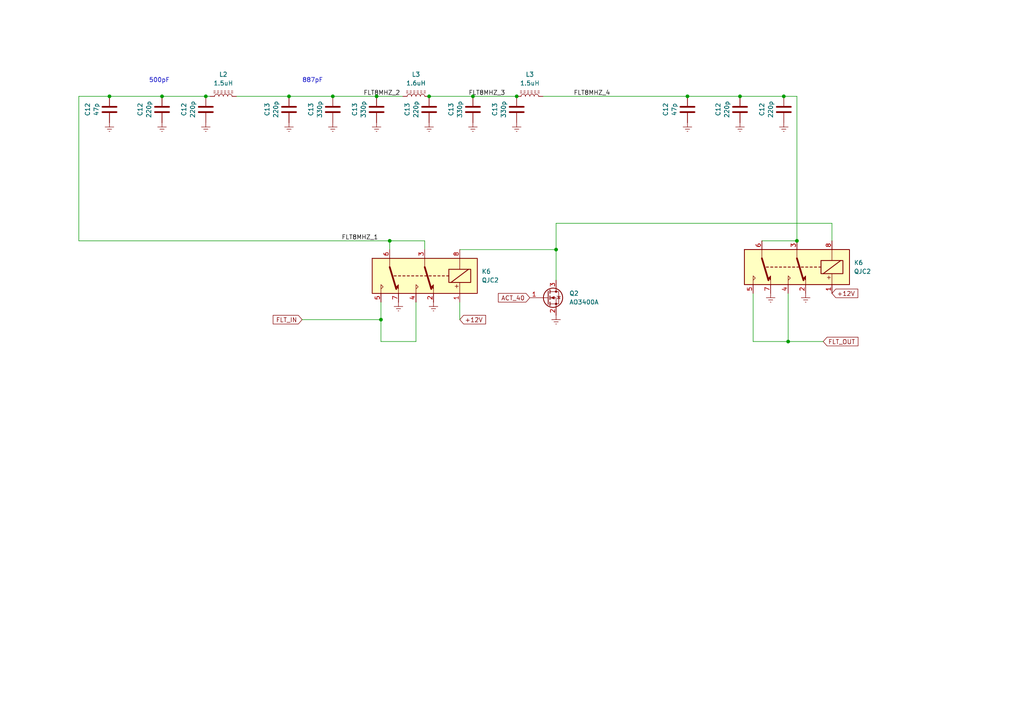
<source format=kicad_sch>
(kicad_sch (version 20230121) (generator eeschema)
  (paper "A4")
  (lib_symbols
    (symbol "Device:C" (pin_numbers hide) (pin_names (offset 0.254))
      (property "Reference" "C" (at 0.635 2.54 0))
      (property "Value" "C" (at 0.635 -2.54 0))
      (symbol "C_0_1"
        (polyline (pts (xy -2.032 -0.762) (xy 2.032 -0.762)) (stroke (width 0.508)))
        (polyline (pts (xy -2.032 0.762) (xy 2.032 0.762)) (stroke (width 0.508)))
      )
      (symbol "C_1_1"
        (pin passive line (at 0 3.81 270) (length 2.794) (name "~") (number "1"))
        (pin passive line (at 0 -3.81 90) (length 2.794) (name "~") (number "2"))
      )
    )
    (symbol "Device:L_Ferrite" (pin_numbers hide) (pin_names (offset 1.016) hide)
      (property "Reference" "L" (at -1.27 0 90))
      (property "Value" "L_Ferrite" (at 2.794 0 90))
      (symbol "L_Ferrite_0_1"
        (arc (start 0 -2.54) (mid 0.6323 -1.905) (end 0 -1.27))
        (arc (start 0 -1.27) (mid 0.6323 -0.635) (end 0 0))
        (polyline (pts (xy 1.016 -2.794) (xy 1.016 -2.286)))
        (polyline (pts (xy 1.016 -1.778) (xy 1.016 -1.27)))
        (polyline (pts (xy 1.016 -0.762) (xy 1.016 -0.254)))
        (polyline (pts (xy 1.016 0.254) (xy 1.016 0.762)))
        (polyline (pts (xy 1.016 1.27) (xy 1.016 1.778)))
        (polyline (pts (xy 1.016 2.286) (xy 1.016 2.794)))
        (polyline (pts (xy 1.524 -2.286) (xy 1.524 -2.794)))
        (polyline (pts (xy 1.524 -1.27) (xy 1.524 -1.778)))
        (polyline (pts (xy 1.524 -0.254) (xy 1.524 -0.762)))
        (polyline (pts (xy 1.524 0.762) (xy 1.524 0.254)))
        (polyline (pts (xy 1.524 1.778) (xy 1.524 1.27)))
        (polyline (pts (xy 1.524 2.794) (xy 1.524 2.286)))
        (arc (start 0 0) (mid 0.6323 0.635) (end 0 1.27))
        (arc (start 0 1.27) (mid 0.6323 1.905) (end 0 2.54))
      )
      (symbol "L_Ferrite_1_1"
        (pin passive line (at 0 3.81 270) (length 1.27) (name "1") (number "1"))
        (pin passive line (at 0 -3.81 90) (length 1.27) (name "2") (number "2"))
      )
    )
    (symbol "Relay:G6K-2"
      (property "Reference" "K" (at 16.51 3.81 0))
      (property "Value" "G6K-2" (at 16.51 1.27 0))
      (symbol "G6K-2_0_0"
        (text "+" (at -9.271 2.921 0) (effects (font (size 1.27 1.27))))
      )
      (symbol "G6K-2_0_1"
        (rectangle (start -15.24 5.08) (end 15.24 -5.08) (stroke (width 0.254)) (fill (type background)))
        (rectangle (start -13.335 1.905) (end -6.985 -1.905) (stroke (width 0.254)))
        (polyline (pts (xy -12.7 -1.905) (xy -7.62 1.905)) (stroke (width 0.254)))
        (polyline (pts (xy -10.16 -5.08) (xy -10.16 -1.905)))
        (polyline (pts (xy -10.16 5.08) (xy -10.16 1.905)))
        (polyline (pts (xy -6.985 0) (xy -6.35 0)) (stroke (width 0.254)))
        (polyline (pts (xy -5.715 0) (xy -5.08 0)) (stroke (width 0.254)))
        (polyline (pts (xy -4.445 0) (xy -3.81 0)) (stroke (width 0.254)))
        (polyline (pts (xy -3.175 0) (xy -2.54 0)) (stroke (width 0.254)))
        (polyline (pts (xy -1.905 0) (xy -1.27 0)) (stroke (width 0.254)))
        (polyline (pts (xy -0.635 0) (xy 0 0)) (stroke (width 0.254)))
        (polyline (pts (xy 0 -2.54) (xy -1.905 3.81)) (stroke (width 0.508)))
        (polyline (pts (xy 0 -2.54) (xy 0 -5.08)))
        (polyline (pts (xy 0.635 0) (xy 1.27 0)) (stroke (width 0.254)))
        (polyline (pts (xy 1.905 0) (xy 2.54 0)) (stroke (width 0.254)))
        (polyline (pts (xy 3.175 0) (xy 3.81 0)) (stroke (width 0.254)))
        (polyline (pts (xy 4.445 0) (xy 5.08 0)) (stroke (width 0.254)))
        (polyline (pts (xy 5.715 0) (xy 6.35 0)) (stroke (width 0.254)))
        (polyline (pts (xy 6.985 0) (xy 7.62 0)) (stroke (width 0.254)))
        (polyline (pts (xy 8.255 0) (xy 8.89 0)) (stroke (width 0.254)))
        (polyline (pts (xy 10.16 -2.54) (xy 8.255 3.81)) (stroke (width 0.508)))
        (polyline (pts (xy 10.16 -2.54) (xy 10.16 -5.08)))
        (polyline (pts (xy -2.54 5.08) (xy -2.54 2.54) (xy -1.905 3.175) (xy -2.54 3.81)) (fill (type outline)))
        (polyline (pts (xy 2.54 5.08) (xy 2.54 2.54) (xy 1.905 3.175) (xy 2.54 3.81)))
        (polyline (pts (xy 7.62 5.08) (xy 7.62 2.54) (xy 8.255 3.175) (xy 7.62 3.81)) (fill (type outline)))
        (polyline (pts (xy 12.7 5.08) (xy 12.7 2.54) (xy 12.065 3.175) (xy 12.7 3.81)))
      )
      (symbol "G6K-2_1_1"
        (pin passive line (at -10.16 7.62 270) (length 2.54) (name "~") (number "1"))
        (pin passive line (at -2.54 7.62 270) (length 2.54) (name "~") (number "2"))
        (pin passive line (at 0 -7.62 90) (length 2.54) (name "~") (number "3"))
        (pin passive line (at 2.54 7.62 270) (length 2.54) (name "~") (number "4"))
        (pin passive line (at 12.7 7.62 270) (length 2.54) (name "~") (number "5"))
        (pin passive line (at 10.16 -7.62 90) (length 2.54) (name "~") (number "6"))
        (pin passive line (at 7.62 7.62 270) (length 2.54) (name "~") (number "7"))
        (pin passive line (at -10.16 -7.62 90) (length 2.54) (name "~") (number "8"))
      )
    )
    (symbol "Transistor_FET:AO3400A" (pin_names hide)
      (property "Reference" "Q" (at 5.08 1.905 0))
      (property "Value" "AO3400A" (at 5.08 0 0))
      (symbol "AO3400A_0_1"
        (polyline (pts (xy 0.254 0) (xy -2.54 0)))
        (polyline (pts (xy 0.254 1.905) (xy 0.254 -1.905)) (stroke (width 0.254)))
        (polyline (pts (xy 0.762 -1.27) (xy 0.762 -2.286)) (stroke (width 0.254)))
        (polyline (pts (xy 0.762 0.508) (xy 0.762 -0.508)) (stroke (width 0.254)))
        (polyline (pts (xy 0.762 2.286) (xy 0.762 1.27)) (stroke (width 0.254)))
        (polyline (pts (xy 2.54 2.54) (xy 2.54 1.778)))
        (polyline (pts (xy 2.54 -2.54) (xy 2.54 0) (xy 0.762 0)))
        (polyline (pts (xy 0.762 -1.778) (xy 3.302 -1.778) (xy 3.302 1.778) (xy 0.762 1.778)))
        (polyline (pts (xy 1.016 0) (xy 2.032 0.381) (xy 2.032 -0.381) (xy 1.016 0)) (fill (type outline)))
        (polyline (pts (xy 2.794 0.508) (xy 2.921 0.381) (xy 3.683 0.381) (xy 3.81 0.254)))
        (polyline (pts (xy 3.302 0.381) (xy 2.921 -0.254) (xy 3.683 -0.254) (xy 3.302 0.381)))
        (circle (center 1.651 0) (radius 2.794) (stroke (width 0.254)))
        (circle (center 2.54 -1.778) (radius 0.254) (fill (type outline)))
        (circle (center 2.54 1.778) (radius 0.254) (fill (type outline)))
      )
      (symbol "AO3400A_1_1"
        (pin input line (at -5.08 0 0) (length 2.54) (name "G") (number "1"))
        (pin passive line (at 2.54 -5.08 90) (length 2.54) (name "S") (number "2"))
        (pin passive line (at 2.54 5.08 270) (length 2.54) (name "D") (number "3"))
      )
    )
    (symbol "power:Earth" (power) (pin_names (offset 0))
      (symbol "Earth_0_1"
        (polyline (pts (xy -0.635 -1.905) (xy 0.635 -1.905)))
        (polyline (pts (xy -0.127 -2.54) (xy 0.127 -2.54)))
        (polyline (pts (xy 0 -1.27) (xy 0 0)))
        (polyline (pts (xy 1.27 -1.27) (xy -1.27 -1.27)))
      )
      (symbol "Earth_1_1"
        (pin power_in line (at 0 0 270) (length 0) hide (name "Earth") (number "1"))
      )
    )
  )
  (junction (at 124.46 27.94))
  (junction (at 31.75 27.94))
  (junction (at 227.33 27.94))
  (junction (at 137.16 27.94))
  (junction (at 228.6 99.06))
  (junction (at 110.49 92.71))
  (junction (at 161.29 72.39))
  (junction (at 96.52 27.94))
  (junction (at 83.82 27.94))
  (junction (at 231.14 69.85))
  (junction (at 113.03 69.85))
  (junction (at 214.63 27.94))
  (junction (at 149.86 27.94))
  (junction (at 109.22 27.94))
  (junction (at 59.69 27.94))
  (junction (at 199.39 27.94))
  (junction (at 46.99 27.94))
  (wire (pts (xy 227.33 27.94) (xy 231.14 27.94)))
  (wire (pts (xy 218.44 99.06) (xy 228.6 99.06)))
  (wire (pts (xy 120.65 99.06) (xy 110.49 99.06)))
  (wire (pts (xy 123.19 72.39) (xy 123.19 69.85)))
  (wire (pts (xy 113.03 72.39) (xy 113.03 69.85)))
  (wire (pts (xy 220.98 69.85) (xy 231.14 69.85)))
  (wire (pts (xy 109.22 27.94) (xy 116.84 27.94)))
  (wire (pts (xy 68.58 27.94) (xy 83.82 27.94)))
  (wire (pts (xy 83.82 27.94) (xy 96.52 27.94)))
  (wire (pts (xy 110.49 99.06) (xy 110.49 92.71)))
  (wire (pts (xy 46.99 27.94) (xy 59.69 27.94)))
  (wire (pts (xy 231.14 69.85) (xy 231.14 27.94)))
  (wire (pts (xy 120.65 87.63) (xy 120.65 99.06)))
  (wire (pts (xy 137.16 27.94) (xy 149.86 27.94)))
  (wire (pts (xy 228.6 85.09) (xy 228.6 99.06)))
  (wire (pts (xy 133.35 92.71) (xy 133.35 87.63)))
  (wire (pts (xy 22.86 69.85) (xy 22.86 27.94)))
  (wire (pts (xy 161.29 72.39) (xy 161.29 81.28)))
  (wire (pts (xy 241.3 69.85) (xy 241.3 64.77)))
  (wire (pts (xy 113.03 69.85) (xy 123.19 69.85)))
  (wire (pts (xy 218.44 85.09) (xy 218.44 99.06)))
  (wire (pts (xy 157.48 27.94) (xy 199.39 27.94)))
  (wire (pts (xy 133.35 72.39) (xy 161.29 72.39)))
  (wire (pts (xy 124.46 27.94) (xy 137.16 27.94)))
  (wire (pts (xy 22.86 27.94) (xy 31.75 27.94)))
  (wire (pts (xy 113.03 69.85) (xy 22.86 69.85)))
  (wire (pts (xy 31.75 27.94) (xy 46.99 27.94)))
  (wire (pts (xy 110.49 87.63) (xy 110.49 92.71)))
  (wire (pts (xy 241.3 64.77) (xy 161.29 64.77)))
  (wire (pts (xy 199.39 27.94) (xy 214.63 27.94)))
  (wire (pts (xy 87.63 92.71) (xy 110.49 92.71)))
  (wire (pts (xy 214.63 27.94) (xy 227.33 27.94)))
  (wire (pts (xy 228.6 99.06) (xy 238.76 99.06)))
  (wire (pts (xy 96.52 27.94) (xy 109.22 27.94)))
  (wire (pts (xy 59.69 27.94) (xy 60.96 27.94)))
  (wire (pts (xy 161.29 64.77) (xy 161.29 72.39)))
  (text "500pF\n" (at 43.18 24.13 0) (effects (font (size 1.27 1.27)) (justify left bottom)))
  (text "887pF\n" (at 87.63 24.13 0) (effects (font (size 1.27 1.27)) (justify left bottom)))
  (label "FLT8MHZ_1" (at 99.06 69.85 0))
  (label "FLT8MHZ_3" (at 135.89 27.94 0))
  (label "FLT8MHZ_2" (at 105.41 27.94 0))
  (label "FLT8MHZ_4" (at 166.37 27.94 0))
  (global_label "FLT_IN" (shape input) (at 87.63 92.71 180) (property "Intersheetrefs" "${INTERSHEET_REFS}" (effects hide)))
  (global_label "+12V" (shape input) (at 241.3 85.09 0) (property "Intersheetrefs" "${INTERSHEET_REFS}" (effects hide)))
  (global_label "ACT_40" (shape input) (at 153.67 86.36 180) (property "Intersheetrefs" "${INTERSHEET_REFS}" (effects hide)))
  (global_label "FLT_OUT" (shape input) (at 238.76 99.06 0) (property "Intersheetrefs" "${INTERSHEET_REFS}" (effects hide)))
  (global_label "+12V" (shape input) (at 133.35 92.71 0) (property "Intersheetrefs" "${INTERSHEET_REFS}" (effects hide)))
  (symbol (lib_id "Device:C") (at 149.86 31.75 0) (mirror x) (unit 1)
    (property "Reference" "C13" (at 143.51 31.75 90))
    (property "Value" "330p" (at 146.05 31.75 90))
    (property "Footprint" "Capacitor_SMD:C_1206_3216Metric" (effects hide))
    (instances (project "PA_LPF" (path "" (reference "C13") (unit 1))) (project "BPF_TX_INJ" (path "" (reference "C15") (unit 1))) (project "HiPowerLPF" (path "" (reference "C4") (unit 1)) (path "" (reference "C17") (unit 1)) (path "" (reference "C4") (unit 1)) (path "" (reference "C56") (unit 1)) (path "" (reference "C20") (unit 1))) (project "RF_PA" (path "" (reference "C4") (unit 1))) (project "AD831_Mixer" (path "" (reference "C19") (unit 1))))
  )
  (symbol (lib_id "power:Earth") (at 199.39 35.56 0) (mirror y) (unit 1)
    (property "Reference" "#PWR018" (effects hide))
    (property "Value" "Earth" (effects hide))
    (instances (project "PA_LPF" (path "" (reference "#PWR018") (unit 1))) (project "BPF_TX_INJ" (path "" (reference "#PWR025") (unit 1))) (project "HiPowerLPF" (path "" (reference "#PWR09") (unit 1)) (path "" (reference "#PWR043") (unit 1)) (path "" (reference "#PWR09") (unit 1)) (path "" (reference "#PWR023") (unit 1)) (path "" (reference "#PWR025") (unit 1))) (project "RF_PA" (path "" (reference "#PWR014") (unit 1))) (project "AD831_Mixer" (path "" (reference "#PWR020") (unit 1))))
  )
  (symbol (lib_id "power:Earth") (at 161.29 91.44 0) (mirror y) (unit 1)
    (property "Reference" "#PWR022" (effects hide))
    (property "Value" "Earth" (effects hide))
    (instances (project "PA_LPF" (path "" (reference "#PWR022") (unit 1))) (project "BPF_TX_INJ" (path "" (reference "#PWR023") (unit 1))) (project "HiPowerLPF" (path "" (reference "#PWR013") (unit 1)) (path "" (reference "#PWR049") (unit 1)) (path "" (reference "#PWR015") (unit 1)) (path "" (reference "#PWR022") (unit 1)) (path "" (reference "#PWR053") (unit 1))) (project "RF_PA" (path "" (reference "#PWR019") (unit 1))) (project "AD831_Mixer" (path "" (reference "#PWR020") (unit 1))))
  )
  (symbol (lib_id "Device:C") (at 199.39 31.75 0) (mirror x) (unit 1)
    (property "Reference" "C12" (at 193.04 31.75 90))
    (property "Value" "47p" (at 195.58 31.75 90))
    (property "Footprint" "Capacitor_SMD:C_1206_3216Metric" (effects hide))
    (instances (project "PA_LPF" (path "" (reference "C12") (unit 1))) (project "BPF_TX_INJ" (path "" (reference "C15") (unit 1))) (project "HiPowerLPF" (path "" (reference "C3") (unit 1)) (path "" (reference "C16") (unit 1)) (path "" (reference "C3") (unit 1)) (path "" (reference "C10") (unit 1)) (path "" (reference "C11") (unit 1))) (project "RF_PA" (path "" (reference "C3") (unit 1))) (project "AD831_Mixer" (path "" (reference "C19") (unit 1))))
  )
  (symbol (lib_id "Device:C") (at 227.33 31.75 0) (mirror x) (unit 1)
    (property "Reference" "C12" (at 220.98 31.75 90))
    (property "Value" "220p" (at 223.52 31.75 90))
    (property "Footprint" "Capacitor_SMD:C_1206_3216Metric" (effects hide))
    (instances (project "PA_LPF" (path "" (reference "C12") (unit 1))) (project "BPF_TX_INJ" (path "" (reference "C15") (unit 1))) (project "HiPowerLPF" (path "" (reference "C3") (unit 1)) (path "" (reference "C16") (unit 1)) (path "" (reference "C3") (unit 1)) (path "" (reference "C52") (unit 1)) (path "" (reference "C11") (unit 1))) (project "RF_PA" (path "" (reference "C3") (unit 1))) (project "AD831_Mixer" (path "" (reference "C19") (unit 1))))
  )
  (symbol (lib_id "power:Earth") (at 223.52 85.09 0) (mirror y) (unit 1)
    (property "Reference" "#PWR018" (effects hide))
    (property "Value" "Earth" (effects hide))
    (instances (project "PA_LPF" (path "" (reference "#PWR018") (unit 1))) (project "BPF_TX_INJ" (path "" (reference "#PWR025") (unit 1))) (project "HiPowerLPF" (path "" (reference "#PWR09") (unit 1)) (path "" (reference "#PWR043") (unit 1)) (path "" (reference "#PWR09") (unit 1)) (path "" (reference "#PWR080") (unit 1)) (path "" (reference "#PWR025") (unit 1))) (project "RF_PA" (path "" (reference "#PWR014") (unit 1))) (project "AD831_Mixer" (path "" (reference "#PWR020") (unit 1))))
  )
  (symbol (lib_id "Device:C") (at 124.46 31.75 0) (mirror x) (unit 1)
    (property "Reference" "C13" (at 118.11 31.75 90))
    (property "Value" "220p" (at 120.65 31.75 90))
    (property "Footprint" "Capacitor_SMD:C_1206_3216Metric" (effects hide))
    (instances (project "PA_LPF" (path "" (reference "C13") (unit 1))) (project "BPF_TX_INJ" (path "" (reference "C15") (unit 1))) (project "HiPowerLPF" (path "" (reference "C4") (unit 1)) (path "" (reference "C17") (unit 1)) (path "" (reference "C4") (unit 1)) (path "" (reference "C9") (unit 1)) (path "" (reference "C20") (unit 1))) (project "RF_PA" (path "" (reference "C4") (unit 1))) (project "AD831_Mixer" (path "" (reference "C19") (unit 1))))
  )
  (symbol (lib_id "power:Earth") (at 115.57 87.63 0) (mirror y) (unit 1)
    (property "Reference" "#PWR021" (effects hide))
    (property "Value" "Earth" (effects hide))
    (instances (project "PA_LPF" (path "" (reference "#PWR021") (unit 1))) (project "BPF_TX_INJ" (path "" (reference "#PWR022") (unit 1))) (project "HiPowerLPF" (path "" (reference "#PWR012") (unit 1)) (path "" (reference "#PWR045") (unit 1)) (path "" (reference "#PWR012") (unit 1)) (path "" (reference "#PWR019") (unit 1)) (path "" (reference "#PWR050") (unit 1))) (project "RF_PA" (path "" (reference "#PWR016") (unit 1))) (project "AD831_Mixer" (path "" (reference "#PWR020") (unit 1))))
  )
  (symbol (lib_id "power:Earth") (at 214.63 35.56 0) (mirror y) (unit 1)
    (property "Reference" "#PWR018" (effects hide))
    (property "Value" "Earth" (effects hide))
    (instances (project "PA_LPF" (path "" (reference "#PWR018") (unit 1))) (project "BPF_TX_INJ" (path "" (reference "#PWR025") (unit 1))) (project "HiPowerLPF" (path "" (reference "#PWR09") (unit 1)) (path "" (reference "#PWR043") (unit 1)) (path "" (reference "#PWR09") (unit 1)) (path "" (reference "#PWR073") (unit 1)) (path "" (reference "#PWR025") (unit 1))) (project "RF_PA" (path "" (reference "#PWR014") (unit 1))) (project "AD831_Mixer" (path "" (reference "#PWR020") (unit 1))))
  )
  (symbol (lib_id "Device:C") (at 83.82 31.75 0) (mirror x) (unit 1)
    (property "Reference" "C13" (at 77.47 31.75 90))
    (property "Value" "220p" (at 80.01 31.75 90))
    (property "Footprint" "Capacitor_SMD:C_1206_3216Metric" (effects hide))
    (instances (project "PA_LPF" (path "" (reference "C13") (unit 1))) (project "BPF_TX_INJ" (path "" (reference "C15") (unit 1))) (project "HiPowerLPF" (path "" (reference "C4") (unit 1)) (path "" (reference "C17") (unit 1)) (path "" (reference "C4") (unit 1)) (path "" (reference "C54") (unit 1)) (path "" (reference "C20") (unit 1))) (project "RF_PA" (path "" (reference "C4") (unit 1))) (project "AD831_Mixer" (path "" (reference "C19") (unit 1))))
  )
  (symbol (lib_id "Relay:G6K-2") (at 231.14 77.47 180) (unit 1)
    (property "Reference" "K6" (at 247.65 76.2 0) (effects (justify right)))
    (property "Value" "QJC2" (at 247.65 78.74 0) (effects (justify right)))
    (property "Footprint" "PhilsFootprintLibrary:Relay_QJC2" (effects hide))
    (property "Datasheet" "http://omronfs.omron.com/en_US/ecb/products/pdf/en-g6k.pdf" (effects hide))
    (instances (project "HiPowerLPF" (path "" (reference "K6") (unit 1)) (path "" (reference "K1") (unit 1)) (path "" (reference "K9") (unit 1)) (path "" (reference "K4") (unit 1))))
  )
  (symbol (lib_id "power:Earth") (at 125.73 87.63 0) (mirror y) (unit 1)
    (property "Reference" "#PWR022" (effects hide))
    (property "Value" "Earth" (effects hide))
    (instances (project "PA_LPF" (path "" (reference "#PWR022") (unit 1))) (project "BPF_TX_INJ" (path "" (reference "#PWR023") (unit 1))) (project "HiPowerLPF" (path "" (reference "#PWR013") (unit 1)) (path "" (reference "#PWR046") (unit 1)) (path "" (reference "#PWR013") (unit 1)) (path "" (reference "#PWR020") (unit 1)) (path "" (reference "#PWR051") (unit 1))) (project "RF_PA" (path "" (reference "#PWR019") (unit 1))) (project "AD831_Mixer" (path "" (reference "#PWR020") (unit 1))))
  )
  (symbol (lib_id "power:Earth") (at 233.68 85.09 0) (mirror y) (unit 1)
    (property "Reference" "#PWR018" (effects hide))
    (property "Value" "Earth" (effects hide))
    (instances (project "PA_LPF" (path "" (reference "#PWR018") (unit 1))) (project "BPF_TX_INJ" (path "" (reference "#PWR025") (unit 1))) (project "HiPowerLPF" (path "" (reference "#PWR09") (unit 1)) (path "" (reference "#PWR043") (unit 1)) (path "" (reference "#PWR09") (unit 1)) (path "" (reference "#PWR079") (unit 1)) (path "" (reference "#PWR025") (unit 1))) (project "RF_PA" (path "" (reference "#PWR014") (unit 1))) (project "AD831_Mixer" (path "" (reference "#PWR020") (unit 1))))
  )
  (symbol (lib_id "Transistor_FET:AO3400A") (at 158.75 86.36 0) (unit 1)
    (property "Reference" "Q2" (at 165.1 85.09 0) (effects (justify left)))
    (property "Value" "AO3400A" (at 165.1 87.63 0) (effects (justify left)))
    (property "Footprint" "Package_TO_SOT_SMD:SOT-23" (effects hide))
    (property "Datasheet" "http://www.aosmd.com/pdfs/datasheet/AO3400A.pdf" (effects hide))
    (instances (project "HiPowerLPF" (path "" (reference "Q2") (unit 1)) (path "" (reference "Q3") (unit 1)) (path "" (reference "Q4") (unit 1)) (path "" (reference "Q5") (unit 1))))
  )
  (symbol (lib_id "Device:C") (at 59.69 31.75 0) (mirror x) (unit 1)
    (property "Reference" "C12" (at 53.34 31.75 90))
    (property "Value" "220p" (at 55.88 31.75 90))
    (property "Footprint" "Capacitor_SMD:C_1206_3216Metric" (effects hide))
    (instances (project "PA_LPF" (path "" (reference "C12") (unit 1))) (project "BPF_TX_INJ" (path "" (reference "C15") (unit 1))) (project "HiPowerLPF" (path "" (reference "C3") (unit 1)) (path "" (reference "C16") (unit 1)) (path "" (reference "C3") (unit 1)) (path "" (reference "C49") (unit 1)) (path "" (reference "C11") (unit 1))) (project "RF_PA" (path "" (reference "C3") (unit 1))) (project "AD831_Mixer" (path "" (reference "C19") (unit 1))))
  )
  (symbol (lib_id "Relay:G6K-2") (at 123.19 80.01 180) (unit 1)
    (property "Reference" "K6" (at 139.7 78.74 0) (effects (justify right)))
    (property "Value" "QJC2" (at 139.7 81.28 0) (effects (justify right)))
    (property "Footprint" "PhilsFootprintLibrary:Relay_QJC2" (effects hide))
    (property "Datasheet" "http://omronfs.omron.com/en_US/ecb/products/pdf/en-g6k.pdf" (effects hide))
    (instances (project "HiPowerLPF" (path "" (reference "K6") (unit 1)) (path "" (reference "K1") (unit 1)) (path "" (reference "K2") (unit 1)) (path "" (reference "K4") (unit 1))))
  )
  (symbol (lib_id "power:Earth") (at 46.99 35.56 0) (mirror y) (unit 1)
    (property "Reference" "#PWR018" (effects hide))
    (property "Value" "Earth" (effects hide))
    (instances (project "PA_LPF" (path "" (reference "#PWR018") (unit 1))) (project "BPF_TX_INJ" (path "" (reference "#PWR025") (unit 1))) (project "HiPowerLPF" (path "" (reference "#PWR09") (unit 1)) (path "" (reference "#PWR043") (unit 1)) (path "" (reference "#PWR09") (unit 1)) (path "" (reference "#PWR017") (unit 1)) (path "" (reference "#PWR025") (unit 1))) (project "RF_PA" (path "" (reference "#PWR014") (unit 1))) (project "AD831_Mixer" (path "" (reference "#PWR020") (unit 1))))
  )
  (symbol (lib_id "power:Earth") (at 109.22 35.56 0) (mirror y) (unit 1)
    (property "Reference" "#PWR020" (effects hide))
    (property "Value" "Earth" (effects hide))
    (instances (project "PA_LPF" (path "" (reference "#PWR020") (unit 1))) (project "BPF_TX_INJ" (path "" (reference "#PWR025") (unit 1))) (project "HiPowerLPF" (path "" (reference "#PWR011") (unit 1)) (path "" (reference "#PWR044") (unit 1)) (path "" (reference "#PWR011") (unit 1)) (path "" (reference "#PWR018") (unit 1)) (path "" (reference "#PWR026") (unit 1))) (project "RF_PA" (path "" (reference "#PWR012") (unit 1))) (project "AD831_Mixer" (path "" (reference "#PWR020") (unit 1))))
  )
  (symbol (lib_id "Device:C") (at 31.75 31.75 0) (mirror x) (unit 1)
    (property "Reference" "C12" (at 25.4 31.75 90))
    (property "Value" "47p" (at 27.94 31.75 90))
    (property "Footprint" "Capacitor_SMD:C_1206_3216Metric" (effects hide))
    (instances (project "PA_LPF" (path "" (reference "C12") (unit 1))) (project "BPF_TX_INJ" (path "" (reference "C15") (unit 1))) (project "HiPowerLPF" (path "" (reference "C3") (unit 1)) (path "" (reference "C16") (unit 1)) (path "" (reference "C3") (unit 1)) (path "" (reference "C50") (unit 1)) (path "" (reference "C11") (unit 1))) (project "RF_PA" (path "" (reference "C3") (unit 1))) (project "AD831_Mixer" (path "" (reference "C19") (unit 1))))
  )
  (symbol (lib_id "power:Earth") (at 124.46 35.56 0) (mirror y) (unit 1)
    (property "Reference" "#PWR020" (effects hide))
    (property "Value" "Earth" (effects hide))
    (instances (project "PA_LPF" (path "" (reference "#PWR020") (unit 1))) (project "BPF_TX_INJ" (path "" (reference "#PWR025") (unit 1))) (project "HiPowerLPF" (path "" (reference "#PWR011") (unit 1)) (path "" (reference "#PWR044") (unit 1)) (path "" (reference "#PWR011") (unit 1)) (path "" (reference "#PWR076") (unit 1)) (path "" (reference "#PWR026") (unit 1))) (project "RF_PA" (path "" (reference "#PWR012") (unit 1))) (project "AD831_Mixer" (path "" (reference "#PWR020") (unit 1))))
  )
  (symbol (lib_id "power:Earth") (at 227.33 35.56 0) (mirror y) (unit 1)
    (property "Reference" "#PWR018" (effects hide))
    (property "Value" "Earth" (effects hide))
    (instances (project "PA_LPF" (path "" (reference "#PWR018") (unit 1))) (project "BPF_TX_INJ" (path "" (reference "#PWR025") (unit 1))) (project "HiPowerLPF" (path "" (reference "#PWR09") (unit 1)) (path "" (reference "#PWR043") (unit 1)) (path "" (reference "#PWR09") (unit 1)) (path "" (reference "#PWR074") (unit 1)) (path "" (reference "#PWR025") (unit 1))) (project "RF_PA" (path "" (reference "#PWR014") (unit 1))) (project "AD831_Mixer" (path "" (reference "#PWR020") (unit 1))))
  )
  (symbol (lib_id "power:Earth") (at 83.82 35.56 0) (mirror y) (unit 1)
    (property "Reference" "#PWR020" (effects hide))
    (property "Value" "Earth" (effects hide))
    (instances (project "PA_LPF" (path "" (reference "#PWR020") (unit 1))) (project "BPF_TX_INJ" (path "" (reference "#PWR025") (unit 1))) (project "HiPowerLPF" (path "" (reference "#PWR011") (unit 1)) (path "" (reference "#PWR044") (unit 1)) (path "" (reference "#PWR011") (unit 1)) (path "" (reference "#PWR075") (unit 1)) (path "" (reference "#PWR026") (unit 1))) (project "RF_PA" (path "" (reference "#PWR012") (unit 1))) (project "AD831_Mixer" (path "" (reference "#PWR020") (unit 1))))
  )
  (symbol (lib_id "power:Earth") (at 137.16 35.56 0) (mirror y) (unit 1)
    (property "Reference" "#PWR020" (effects hide))
    (property "Value" "Earth" (effects hide))
    (instances (project "PA_LPF" (path "" (reference "#PWR020") (unit 1))) (project "BPF_TX_INJ" (path "" (reference "#PWR025") (unit 1))) (project "HiPowerLPF" (path "" (reference "#PWR011") (unit 1)) (path "" (reference "#PWR044") (unit 1)) (path "" (reference "#PWR011") (unit 1)) (path "" (reference "#PWR077") (unit 1)) (path "" (reference "#PWR026") (unit 1))) (project "RF_PA" (path "" (reference "#PWR012") (unit 1))) (project "AD831_Mixer" (path "" (reference "#PWR020") (unit 1))))
  )
  (symbol (lib_id "Device:L_Ferrite") (at 120.65 27.94 90) (unit 1)
    (property "Reference" "L3" (at 120.65 21.59 90))
    (property "Value" "1.6uH" (at 120.65 24.13 90))
    (property "Footprint" "Inductor_THT:L_Toroid_Vertical_L28.6mm_W14.3mm_P11.43mm_Bourns_5700" (effects hide))
    (instances (project "PA_LPF" (path "" (reference "L3") (unit 1))) (project "HiPowerLPF" (path "" (reference "L2") (unit 1)) (path "" (reference "L7") (unit 1)) (path "" (reference "L2") (unit 1)) (path "" (reference "L8") (unit 1)) (path "" (reference "L11") (unit 1))) (project "RF_PA" (path "" (reference "L2") (unit 1))))
  )
  (symbol (lib_id "power:Earth") (at 149.86 35.56 0) (mirror y) (unit 1)
    (property "Reference" "#PWR020" (effects hide))
    (property "Value" "Earth" (effects hide))
    (instances (project "PA_LPF" (path "" (reference "#PWR020") (unit 1))) (project "BPF_TX_INJ" (path "" (reference "#PWR025") (unit 1))) (project "HiPowerLPF" (path "" (reference "#PWR011") (unit 1)) (path "" (reference "#PWR044") (unit 1)) (path "" (reference "#PWR011") (unit 1)) (path "" (reference "#PWR078") (unit 1)) (path "" (reference "#PWR026") (unit 1))) (project "RF_PA" (path "" (reference "#PWR012") (unit 1))) (project "AD831_Mixer" (path "" (reference "#PWR020") (unit 1))))
  )
  (symbol (lib_id "Device:L_Ferrite") (at 153.67 27.94 90) (unit 1)
    (property "Reference" "L3" (at 153.67 21.59 90))
    (property "Value" "1.5uH" (at 153.67 24.13 90))
    (property "Footprint" "Inductor_THT:L_Toroid_Vertical_L28.6mm_W14.3mm_P11.43mm_Bourns_5700" (effects hide))
    (instances (project "PA_LPF" (path "" (reference "L3") (unit 1))) (project "HiPowerLPF" (path "" (reference "L2") (unit 1)) (path "" (reference "L6") (unit 1)) (path "" (reference "L3") (unit 1)) (path "" (reference "L9") (unit 1)) (path "" (reference "L12") (unit 1))) (project "RF_PA" (path "" (reference "L2") (unit 1))))
  )
  (symbol (lib_id "Device:C") (at 109.22 31.75 0) (mirror x) (unit 1)
    (property "Reference" "C13" (at 102.87 31.75 90))
    (property "Value" "330p" (at 105.41 31.75 90))
    (property "Footprint" "Capacitor_SMD:C_1206_3216Metric" (effects hide))
    (instances (project "PA_LPF" (path "" (reference "C13") (unit 1))) (project "BPF_TX_INJ" (path "" (reference "C15") (unit 1))) (project "HiPowerLPF" (path "" (reference "C4") (unit 1)) (path "" (reference "C17") (unit 1)) (path "" (reference "C4") (unit 1)) (path "" (reference "C8") (unit 1)) (path "" (reference "C20") (unit 1))) (project "RF_PA" (path "" (reference "C4") (unit 1))) (project "AD831_Mixer" (path "" (reference "C19") (unit 1))))
  )
  (symbol (lib_id "Device:C") (at 214.63 31.75 0) (mirror x) (unit 1)
    (property "Reference" "C12" (at 208.28 31.75 90))
    (property "Value" "220p" (at 210.82 31.75 90))
    (property "Footprint" "Capacitor_SMD:C_1206_3216Metric" (effects hide))
    (instances (project "PA_LPF" (path "" (reference "C12") (unit 1))) (project "BPF_TX_INJ" (path "" (reference "C15") (unit 1))) (project "HiPowerLPF" (path "" (reference "C3") (unit 1)) (path "" (reference "C16") (unit 1)) (path "" (reference "C3") (unit 1)) (path "" (reference "C51") (unit 1)) (path "" (reference "C11") (unit 1))) (project "RF_PA" (path "" (reference "C3") (unit 1))) (project "AD831_Mixer" (path "" (reference "C19") (unit 1))))
  )
  (symbol (lib_id "Device:L_Ferrite") (at 64.77 27.94 90) (unit 1)
    (property "Reference" "L2" (at 64.77 21.59 90))
    (property "Value" "1.5uH" (at 64.77 24.13 90))
    (property "Footprint" "Inductor_THT:L_Toroid_Vertical_L28.6mm_W14.3mm_P11.43mm_Bourns_5700" (effects hide))
    (instances (project "PA_LPF" (path "" (reference "L2") (unit 1))) (project "HiPowerLPF" (path "" (reference "L1") (unit 1)) (path "" (reference "L5") (unit 1)) (path "" (reference "L1") (unit 1)) (path "" (reference "L4") (unit 1)) (path "" (reference "L10") (unit 1))) (project "RF_PA" (path "" (reference "L1") (unit 1))))
  )
  (symbol (lib_id "power:Earth") (at 31.75 35.56 0) (mirror y) (unit 1)
    (property "Reference" "#PWR018" (effects hide))
    (property "Value" "Earth" (effects hide))
    (instances (project "PA_LPF" (path "" (reference "#PWR018") (unit 1))) (project "BPF_TX_INJ" (path "" (reference "#PWR025") (unit 1))) (project "HiPowerLPF" (path "" (reference "#PWR09") (unit 1)) (path "" (reference "#PWR043") (unit 1)) (path "" (reference "#PWR09") (unit 1)) (path "" (reference "#PWR072") (unit 1)) (path "" (reference "#PWR025") (unit 1))) (project "RF_PA" (path "" (reference "#PWR014") (unit 1))) (project "AD831_Mixer" (path "" (reference "#PWR020") (unit 1))))
  )
  (symbol (lib_id "Device:C") (at 96.52 31.75 0) (mirror x) (unit 1)
    (property "Reference" "C13" (at 90.17 31.75 90))
    (property "Value" "330p" (at 92.71 31.75 90))
    (property "Footprint" "Capacitor_SMD:C_1206_3216Metric" (effects hide))
    (instances (project "PA_LPF" (path "" (reference "C13") (unit 1))) (project "BPF_TX_INJ" (path "" (reference "C15") (unit 1))) (project "HiPowerLPF" (path "" (reference "C4") (unit 1)) (path "" (reference "C17") (unit 1)) (path "" (reference "C4") (unit 1)) (path "" (reference "C53") (unit 1)) (path "" (reference "C20") (unit 1))) (project "RF_PA" (path "" (reference "C4") (unit 1))) (project "AD831_Mixer" (path "" (reference "C19") (unit 1))))
  )
  (symbol (lib_id "Device:C") (at 137.16 31.75 0) (mirror x) (unit 1)
    (property "Reference" "C13" (at 130.81 31.75 90))
    (property "Value" "330p" (at 133.35 31.75 90))
    (property "Footprint" "Capacitor_SMD:C_1206_3216Metric" (effects hide))
    (instances (project "PA_LPF" (path "" (reference "C13") (unit 1))) (project "BPF_TX_INJ" (path "" (reference "C15") (unit 1))) (project "HiPowerLPF" (path "" (reference "C4") (unit 1)) (path "" (reference "C17") (unit 1)) (path "" (reference "C4") (unit 1)) (path "" (reference "C55") (unit 1)) (path "" (reference "C20") (unit 1))) (project "RF_PA" (path "" (reference "C4") (unit 1))) (project "AD831_Mixer" (path "" (reference "C19") (unit 1))))
  )
  (symbol (lib_id "power:Earth") (at 59.69 35.56 0) (mirror y) (unit 1)
    (property "Reference" "#PWR018" (effects hide))
    (property "Value" "Earth" (effects hide))
    (instances (project "PA_LPF" (path "" (reference "#PWR018") (unit 1))) (project "BPF_TX_INJ" (path "" (reference "#PWR025") (unit 1))) (project "HiPowerLPF" (path "" (reference "#PWR09") (unit 1)) (path "" (reference "#PWR043") (unit 1)) (path "" (reference "#PWR09") (unit 1)) (path "" (reference "#PWR071") (unit 1)) (path "" (reference "#PWR025") (unit 1))) (project "RF_PA" (path "" (reference "#PWR014") (unit 1))) (project "AD831_Mixer" (path "" (reference "#PWR020") (unit 1))))
  )
  (symbol (lib_id "power:Earth") (at 96.52 35.56 0) (mirror y) (unit 1)
    (property "Reference" "#PWR020" (effects hide))
    (property "Value" "Earth" (effects hide))
    (instances (project "PA_LPF" (path "" (reference "#PWR020") (unit 1))) (project "BPF_TX_INJ" (path "" (reference "#PWR025") (unit 1))) (project "HiPowerLPF" (path "" (reference "#PWR011") (unit 1)) (path "" (reference "#PWR044") (unit 1)) (path "" (reference "#PWR011") (unit 1)) (path "" (reference "#PWR021") (unit 1)) (path "" (reference "#PWR026") (unit 1))) (project "RF_PA" (path "" (reference "#PWR012") (unit 1))) (project "AD831_Mixer" (path "" (reference "#PWR020") (unit 1))))
  )
  (symbol (lib_id "Device:C") (at 46.99 31.75 0) (mirror x) (unit 1)
    (property "Reference" "C12" (at 40.64 31.75 90))
    (property "Value" "220p" (at 43.18 31.75 90))
    (property "Footprint" "Capacitor_SMD:C_1206_3216Metric" (effects hide))
    (instances (project "PA_LPF" (path "" (reference "C12") (unit 1))) (project "BPF_TX_INJ" (path "" (reference "C15") (unit 1))) (project "HiPowerLPF" (path "" (reference "C3") (unit 1)) (path "" (reference "C16") (unit 1)) (path "" (reference "C3") (unit 1)) (path "" (reference "C7") (unit 1)) (path "" (reference "C11") (unit 1))) (project "RF_PA" (path "" (reference "C3") (unit 1))) (project "AD831_Mixer" (path "" (reference "C19") (unit 1))))
  )
)
</source>
